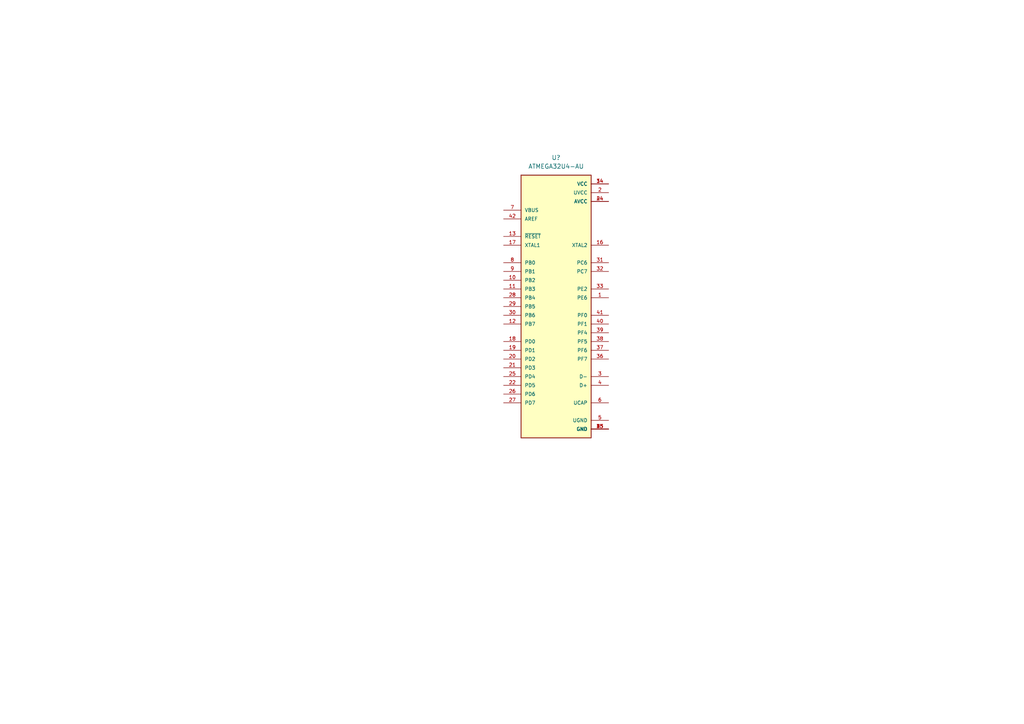
<source format=kicad_sch>
(kicad_sch (version 20211123) (generator eeschema)
  (paper "A4")
  (title_block (title "Control") (date "2023-02-19") (rev "1.0") (company "ECE 445") (comment 1 "Jeric Cuasay, Emily Grob, Rahul Kajjam"))
  (lib_symbols
    (symbol "ATMEGA32U4-AU:ATMEGA32U4-AU" (pin_names (offset 1.016))
      (property "Reference" "U" (at -10.1752 39.4289 0))
      (property "Value" "ATMEGA32U4-AU" (at -10.1803 -41.9936 0))
      (symbol "ATMEGA32U4-AU_0_0"
        (rectangle (start -10.16 -38.1) (end 10.16 38.1) (stroke (width 0.254)) (fill (type background)))
        (pin bidirectional line (at 15.24 2.54 180) (length 5.08) (name "PE6") (number "1"))
        (pin bidirectional line (at -15.24 7.62 0) (length 5.08) (name "PB2") (number "10"))
        (pin bidirectional line (at -15.24 5.08 0) (length 5.08) (name "PB3") (number "11"))
        (pin bidirectional line (at -15.24 -5.08 0) (length 5.08) (name "PB7") (number "12"))
        (pin input line (at -15.24 20.32 0) (length 5.08) (name "~{RESET}") (number "13"))
        (pin power_in line (at 15.24 35.56 180) (length 5.08) (name "VCC") (number "14"))
        (pin power_in line (at 15.24 -35.56 180) (length 5.08) (name "GND") (number "15"))
        (pin output line (at 15.24 17.78 180) (length 5.08) (name "XTAL2") (number "16"))
        (pin input line (at -15.24 17.78 0) (length 5.08) (name "XTAL1") (number "17"))
        (pin bidirectional line (at -15.24 -10.16 0) (length 5.08) (name "PD0") (number "18"))
        (pin bidirectional line (at -15.24 -12.7 0) (length 5.08) (name "PD1") (number "19"))
        (pin power_in line (at 15.24 33.02 180) (length 5.08) (name "UVCC") (number "2"))
        (pin bidirectional line (at -15.24 -15.24 0) (length 5.08) (name "PD2") (number "20"))
        (pin bidirectional line (at -15.24 -17.78 0) (length 5.08) (name "PD3") (number "21"))
        (pin bidirectional line (at -15.24 -22.86 0) (length 5.08) (name "PD5") (number "22"))
        (pin power_in line (at 15.24 -35.56 180) (length 5.08) (name "GND") (number "23"))
        (pin power_in line (at 15.24 30.48 180) (length 5.08) (name "AVCC") (number "24"))
        (pin bidirectional line (at -15.24 -20.32 0) (length 5.08) (name "PD4") (number "25"))
        (pin bidirectional line (at -15.24 -25.4 0) (length 5.08) (name "PD6") (number "26"))
        (pin bidirectional line (at -15.24 -27.94 0) (length 5.08) (name "PD7") (number "27"))
        (pin bidirectional line (at -15.24 2.54 0) (length 5.08) (name "PB4") (number "28"))
        (pin bidirectional line (at -15.24 0 0) (length 5.08) (name "PB5") (number "29"))
        (pin bidirectional line (at 15.24 -20.32 180) (length 5.08) (name "D-") (number "3"))
        (pin bidirectional line (at -15.24 -2.54 0) (length 5.08) (name "PB6") (number "30"))
        (pin bidirectional line (at 15.24 12.7 180) (length 5.08) (name "PC6") (number "31"))
        (pin bidirectional line (at 15.24 10.16 180) (length 5.08) (name "PC7") (number "32"))
        (pin bidirectional line (at 15.24 5.08 180) (length 5.08) (name "PE2") (number "33"))
        (pin power_in line (at 15.24 35.56 180) (length 5.08) (name "VCC") (number "34"))
        (pin power_in line (at 15.24 -35.56 180) (length 5.08) (name "GND") (number "35"))
        (pin bidirectional line (at 15.24 -15.24 180) (length 5.08) (name "PF7") (number "36"))
        (pin bidirectional line (at 15.24 -12.7 180) (length 5.08) (name "PF6") (number "37"))
        (pin bidirectional line (at 15.24 -10.16 180) (length 5.08) (name "PF5") (number "38"))
        (pin bidirectional line (at 15.24 -7.62 180) (length 5.08) (name "PF4") (number "39"))
        (pin bidirectional line (at 15.24 -22.86 180) (length 5.08) (name "D+") (number "4"))
        (pin bidirectional line (at 15.24 -5.08 180) (length 5.08) (name "PF1") (number "40"))
        (pin bidirectional line (at 15.24 -2.54 180) (length 5.08) (name "PF0") (number "41"))
        (pin input line (at -15.24 25.4 0) (length 5.08) (name "AREF") (number "42"))
        (pin power_in line (at 15.24 -35.56 180) (length 5.08) (name "GND") (number "43"))
        (pin power_in line (at 15.24 30.48 180) (length 5.08) (name "AVCC") (number "44"))
        (pin power_in line (at 15.24 -33.02 180) (length 5.08) (name "UGND") (number "5"))
        (pin passive line (at 15.24 -27.94 180) (length 5.08) (name "UCAP") (number "6"))
        (pin input line (at -15.24 27.94 0) (length 5.08) (name "VBUS") (number "7"))
        (pin bidirectional line (at -15.24 12.7 0) (length 5.08) (name "PB0") (number "8"))
        (pin bidirectional line (at -15.24 10.16 0) (length 5.08) (name "PB1") (number "9"))
      )
    )
  )
  (symbol (lib_id "ATMEGA32U4-AU:ATMEGA32U4-AU") (at 161.29 88.9 0) (unit 1)
    (property "Reference" "U?" (at 161.29 45.72 0))
    (property "Value" "ATMEGA32U4-AU" (at 161.29 48.26 0))
    (property "Footprint" "QFP80P1200X1200X120-44N" (effects hide))
    (property "MANUFACTURER" "Atmel" (effects hide))
  )
)
</source>
